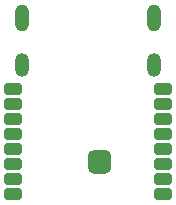
<source format=gbr>
%TF.GenerationSoftware,KiCad,Pcbnew,7.0.6*%
%TF.CreationDate,2023-09-20T23:26:58+02:00*%
%TF.ProjectId,epi_ESP32 (2023_01_16 13_30_41 UTC),6570695f-4553-4503-9332-202832303233,1_1*%
%TF.SameCoordinates,Original*%
%TF.FileFunction,Soldermask,Bot*%
%TF.FilePolarity,Negative*%
%FSLAX46Y46*%
G04 Gerber Fmt 4.6, Leading zero omitted, Abs format (unit mm)*
G04 Created by KiCad (PCBNEW 7.0.6) date 2023-09-20 23:26:58*
%MOMM*%
%LPD*%
G01*
G04 APERTURE LIST*
G04 Aperture macros list*
%AMRoundRect*
0 Rectangle with rounded corners*
0 $1 Rounding radius*
0 $2 $3 $4 $5 $6 $7 $8 $9 X,Y pos of 4 corners*
0 Add a 4 corners polygon primitive as box body*
4,1,4,$2,$3,$4,$5,$6,$7,$8,$9,$2,$3,0*
0 Add four circle primitives for the rounded corners*
1,1,$1+$1,$2,$3*
1,1,$1+$1,$4,$5*
1,1,$1+$1,$6,$7*
1,1,$1+$1,$8,$9*
0 Add four rect primitives between the rounded corners*
20,1,$1+$1,$2,$3,$4,$5,0*
20,1,$1+$1,$4,$5,$6,$7,0*
20,1,$1+$1,$6,$7,$8,$9,0*
20,1,$1+$1,$8,$9,$2,$3,0*%
G04 Aperture macros list end*
%ADD10C,0.000000*%
%ADD11O,1.200000X2.000000*%
%ADD12O,1.200000X2.300000*%
%ADD13RoundRect,0.250000X-0.500000X-0.250000X0.500000X-0.250000X0.500000X0.250000X-0.500000X0.250000X0*%
G04 APERTURE END LIST*
D10*
G36*
X105725000Y-62300000D02*
G01*
X105725000Y-62300000D01*
G75*
G02*
X106225000Y-62800000I0J-500000D01*
G01*
X106225000Y-63800000D01*
G75*
G02*
X105725000Y-64300000I-500000J0D01*
G01*
X104725000Y-64300000D01*
G75*
G02*
X104225000Y-63800000I0J500000D01*
G01*
X104225000Y-62800000D01*
G75*
G02*
X104725000Y-62300000I500000J0D01*
G01*
X105725000Y-62300000D01*
G37*
D11*
%TO.C,J3*%
X109840000Y-55105000D03*
D12*
X109840000Y-51105000D03*
D11*
X98640000Y-55105000D03*
D12*
X98640000Y-51105000D03*
%TD*%
D13*
%TO.C,J2*%
X110592518Y-57150000D03*
X110592518Y-58420000D03*
X110592518Y-59690000D03*
X110592518Y-60960000D03*
X110592518Y-62230000D03*
X110592518Y-63500000D03*
X110592518Y-64770000D03*
X110592518Y-66040000D03*
%TD*%
%TO.C,J1*%
X97892518Y-57150000D03*
X97892518Y-58420000D03*
X97892518Y-59690000D03*
X97892518Y-60960000D03*
X97892518Y-62230000D03*
X97892518Y-63500000D03*
X97892518Y-64770000D03*
X97892518Y-66040000D03*
%TD*%
M02*

</source>
